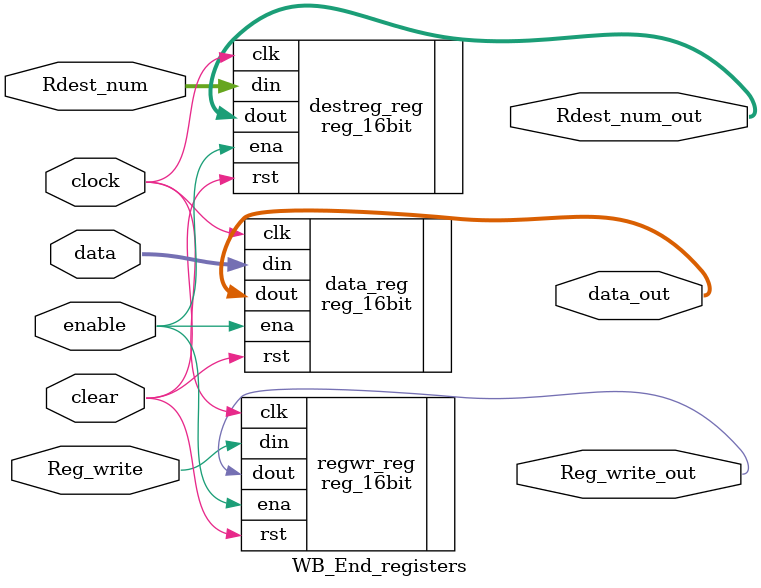
<source format=v>
module WB_End_registers(clock,clear,enable,data,Rdest_num,Reg_write,data_out,Reg_write_out,Rdest_num_out);
	input clock,clear,enable;
	input [2:0] Rdest_num;
	input Reg_write;
	input [15:0] data;
	
	output [2:0] Rdest_num_out;
	output Reg_write_out;
	output [15:0] data_out;
	
	reg_16bit data_reg (.clk(clock), .ena(enable), .rst(clear), .din(data), .dout(data_out));
	reg_16bit #(1) regwr_reg (.clk(clock), .ena(enable), .rst(clear), .din(Reg_write), .dout(Reg_write_out));

	reg_16bit #(3) destreg_reg (.clk(clock), .ena(enable), .rst(clear), .din(Rdest_num), .dout(Rdest_num_out));


endmodule

</source>
